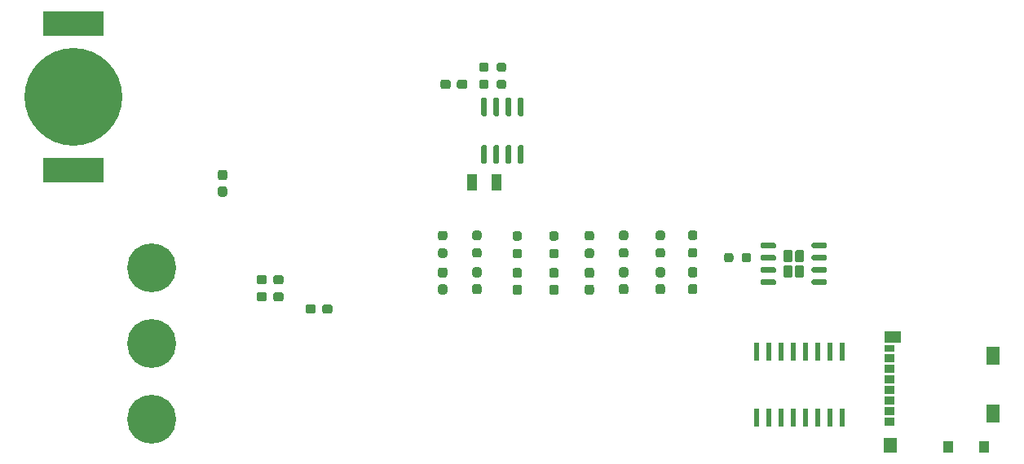
<source format=gbr>
G04 #@! TF.GenerationSoftware,KiCad,Pcbnew,(5.1.8)-1*
G04 #@! TF.CreationDate,2020-12-14T14:55:13-06:00*
G04 #@! TF.ProjectId,MultimediaAndBlackBoxBoard,4d756c74-696d-4656-9469-61416e64426c,rev?*
G04 #@! TF.SameCoordinates,Original*
G04 #@! TF.FileFunction,Paste,Top*
G04 #@! TF.FilePolarity,Positive*
%FSLAX46Y46*%
G04 Gerber Fmt 4.6, Leading zero omitted, Abs format (unit mm)*
G04 Created by KiCad (PCBNEW (5.1.8)-1) date 2020-12-14 14:55:13*
%MOMM*%
%LPD*%
G01*
G04 APERTURE LIST*
%ADD10C,5.080000*%
%ADD11C,10.160000*%
%ADD12R,6.350000X2.540000*%
%ADD13R,1.000000X1.800000*%
%ADD14R,0.610000X1.970000*%
%ADD15R,1.350000X1.550000*%
%ADD16R,1.800000X1.170000*%
%ADD17R,1.350000X1.900000*%
%ADD18R,1.000000X1.200000*%
%ADD19R,1.100000X0.850000*%
%ADD20R,1.100000X0.750000*%
G04 APERTURE END LIST*
D10*
X114046000Y-73406000D03*
X114046000Y-81280000D03*
X114046000Y-89154000D03*
D11*
X105918000Y-55626000D03*
D12*
X105918000Y-48006000D03*
X105918000Y-63246000D03*
G36*
G01*
X163305500Y-74439000D02*
X162830500Y-74439000D01*
G75*
G02*
X162593000Y-74201500I0J237500D01*
G01*
X162593000Y-73626500D01*
G75*
G02*
X162830500Y-73389000I237500J0D01*
G01*
X163305500Y-73389000D01*
G75*
G02*
X163543000Y-73626500I0J-237500D01*
G01*
X163543000Y-74201500D01*
G75*
G02*
X163305500Y-74439000I-237500J0D01*
G01*
G37*
G36*
G01*
X163305500Y-76189000D02*
X162830500Y-76189000D01*
G75*
G02*
X162593000Y-75951500I0J237500D01*
G01*
X162593000Y-75376500D01*
G75*
G02*
X162830500Y-75139000I237500J0D01*
G01*
X163305500Y-75139000D01*
G75*
G02*
X163543000Y-75376500I0J-237500D01*
G01*
X163543000Y-75951500D01*
G75*
G02*
X163305500Y-76189000I-237500J0D01*
G01*
G37*
G36*
G01*
X148065500Y-74439000D02*
X147590500Y-74439000D01*
G75*
G02*
X147353000Y-74201500I0J237500D01*
G01*
X147353000Y-73626500D01*
G75*
G02*
X147590500Y-73389000I237500J0D01*
G01*
X148065500Y-73389000D01*
G75*
G02*
X148303000Y-73626500I0J-237500D01*
G01*
X148303000Y-74201500D01*
G75*
G02*
X148065500Y-74439000I-237500J0D01*
G01*
G37*
G36*
G01*
X148065500Y-76189000D02*
X147590500Y-76189000D01*
G75*
G02*
X147353000Y-75951500I0J237500D01*
G01*
X147353000Y-75376500D01*
G75*
G02*
X147590500Y-75139000I237500J0D01*
G01*
X148065500Y-75139000D01*
G75*
G02*
X148303000Y-75376500I0J-237500D01*
G01*
X148303000Y-75951500D01*
G75*
G02*
X148065500Y-76189000I-237500J0D01*
G01*
G37*
G36*
G01*
X144509500Y-74467000D02*
X144034500Y-74467000D01*
G75*
G02*
X143797000Y-74229500I0J237500D01*
G01*
X143797000Y-73654500D01*
G75*
G02*
X144034500Y-73417000I237500J0D01*
G01*
X144509500Y-73417000D01*
G75*
G02*
X144747000Y-73654500I0J-237500D01*
G01*
X144747000Y-74229500D01*
G75*
G02*
X144509500Y-74467000I-237500J0D01*
G01*
G37*
G36*
G01*
X144509500Y-76217000D02*
X144034500Y-76217000D01*
G75*
G02*
X143797000Y-75979500I0J237500D01*
G01*
X143797000Y-75404500D01*
G75*
G02*
X144034500Y-75167000I237500J0D01*
G01*
X144509500Y-75167000D01*
G75*
G02*
X144747000Y-75404500I0J-237500D01*
G01*
X144747000Y-75979500D01*
G75*
G02*
X144509500Y-76217000I-237500J0D01*
G01*
G37*
G36*
G01*
X156066500Y-74502500D02*
X155591500Y-74502500D01*
G75*
G02*
X155354000Y-74265000I0J237500D01*
G01*
X155354000Y-73690000D01*
G75*
G02*
X155591500Y-73452500I237500J0D01*
G01*
X156066500Y-73452500D01*
G75*
G02*
X156304000Y-73690000I0J-237500D01*
G01*
X156304000Y-74265000D01*
G75*
G02*
X156066500Y-74502500I-237500J0D01*
G01*
G37*
G36*
G01*
X156066500Y-76252500D02*
X155591500Y-76252500D01*
G75*
G02*
X155354000Y-76015000I0J237500D01*
G01*
X155354000Y-75440000D01*
G75*
G02*
X155591500Y-75202500I237500J0D01*
G01*
X156066500Y-75202500D01*
G75*
G02*
X156304000Y-75440000I0J-237500D01*
G01*
X156304000Y-76015000D01*
G75*
G02*
X156066500Y-76252500I-237500J0D01*
G01*
G37*
G36*
G01*
X152256500Y-74502500D02*
X151781500Y-74502500D01*
G75*
G02*
X151544000Y-74265000I0J237500D01*
G01*
X151544000Y-73690000D01*
G75*
G02*
X151781500Y-73452500I237500J0D01*
G01*
X152256500Y-73452500D01*
G75*
G02*
X152494000Y-73690000I0J-237500D01*
G01*
X152494000Y-74265000D01*
G75*
G02*
X152256500Y-74502500I-237500J0D01*
G01*
G37*
G36*
G01*
X152256500Y-76252500D02*
X151781500Y-76252500D01*
G75*
G02*
X151544000Y-76015000I0J237500D01*
G01*
X151544000Y-75440000D01*
G75*
G02*
X151781500Y-75202500I237500J0D01*
G01*
X152256500Y-75202500D01*
G75*
G02*
X152494000Y-75440000I0J-237500D01*
G01*
X152494000Y-76015000D01*
G75*
G02*
X152256500Y-76252500I-237500J0D01*
G01*
G37*
G36*
G01*
X167115500Y-74439000D02*
X166640500Y-74439000D01*
G75*
G02*
X166403000Y-74201500I0J237500D01*
G01*
X166403000Y-73626500D01*
G75*
G02*
X166640500Y-73389000I237500J0D01*
G01*
X167115500Y-73389000D01*
G75*
G02*
X167353000Y-73626500I0J-237500D01*
G01*
X167353000Y-74201500D01*
G75*
G02*
X167115500Y-74439000I-237500J0D01*
G01*
G37*
G36*
G01*
X167115500Y-76189000D02*
X166640500Y-76189000D01*
G75*
G02*
X166403000Y-75951500I0J237500D01*
G01*
X166403000Y-75376500D01*
G75*
G02*
X166640500Y-75139000I237500J0D01*
G01*
X167115500Y-75139000D01*
G75*
G02*
X167353000Y-75376500I0J-237500D01*
G01*
X167353000Y-75951500D01*
G75*
G02*
X167115500Y-76189000I-237500J0D01*
G01*
G37*
G36*
G01*
X170481000Y-74439000D02*
X170006000Y-74439000D01*
G75*
G02*
X169768500Y-74201500I0J237500D01*
G01*
X169768500Y-73626500D01*
G75*
G02*
X170006000Y-73389000I237500J0D01*
G01*
X170481000Y-73389000D01*
G75*
G02*
X170718500Y-73626500I0J-237500D01*
G01*
X170718500Y-74201500D01*
G75*
G02*
X170481000Y-74439000I-237500J0D01*
G01*
G37*
G36*
G01*
X170481000Y-76189000D02*
X170006000Y-76189000D01*
G75*
G02*
X169768500Y-75951500I0J237500D01*
G01*
X169768500Y-75376500D01*
G75*
G02*
X170006000Y-75139000I237500J0D01*
G01*
X170481000Y-75139000D01*
G75*
G02*
X170718500Y-75376500I0J-237500D01*
G01*
X170718500Y-75951500D01*
G75*
G02*
X170481000Y-76189000I-237500J0D01*
G01*
G37*
G36*
G01*
X180623000Y-71822500D02*
X180623000Y-72627500D01*
G75*
G02*
X180380500Y-72870000I-242500J0D01*
G01*
X179895500Y-72870000D01*
G75*
G02*
X179653000Y-72627500I0J242500D01*
G01*
X179653000Y-71822500D01*
G75*
G02*
X179895500Y-71580000I242500J0D01*
G01*
X180380500Y-71580000D01*
G75*
G02*
X180623000Y-71822500I0J-242500D01*
G01*
G37*
G36*
G01*
X180623000Y-73422500D02*
X180623000Y-74227500D01*
G75*
G02*
X180380500Y-74470000I-242500J0D01*
G01*
X179895500Y-74470000D01*
G75*
G02*
X179653000Y-74227500I0J242500D01*
G01*
X179653000Y-73422500D01*
G75*
G02*
X179895500Y-73180000I242500J0D01*
G01*
X180380500Y-73180000D01*
G75*
G02*
X180623000Y-73422500I0J-242500D01*
G01*
G37*
G36*
G01*
X181823000Y-71822500D02*
X181823000Y-72627500D01*
G75*
G02*
X181580500Y-72870000I-242500J0D01*
G01*
X181095500Y-72870000D01*
G75*
G02*
X180853000Y-72627500I0J242500D01*
G01*
X180853000Y-71822500D01*
G75*
G02*
X181095500Y-71580000I242500J0D01*
G01*
X181580500Y-71580000D01*
G75*
G02*
X181823000Y-71822500I0J-242500D01*
G01*
G37*
G36*
G01*
X181823000Y-73422500D02*
X181823000Y-74227500D01*
G75*
G02*
X181580500Y-74470000I-242500J0D01*
G01*
X181095500Y-74470000D01*
G75*
G02*
X180853000Y-74227500I0J242500D01*
G01*
X180853000Y-73422500D01*
G75*
G02*
X181095500Y-73180000I242500J0D01*
G01*
X181580500Y-73180000D01*
G75*
G02*
X181823000Y-73422500I0J-242500D01*
G01*
G37*
G36*
G01*
X178888000Y-74780000D02*
X178888000Y-75080000D01*
G75*
G02*
X178738000Y-75230000I-150000J0D01*
G01*
X177438000Y-75230000D01*
G75*
G02*
X177288000Y-75080000I0J150000D01*
G01*
X177288000Y-74780000D01*
G75*
G02*
X177438000Y-74630000I150000J0D01*
G01*
X178738000Y-74630000D01*
G75*
G02*
X178888000Y-74780000I0J-150000D01*
G01*
G37*
G36*
G01*
X178888000Y-73510000D02*
X178888000Y-73810000D01*
G75*
G02*
X178738000Y-73960000I-150000J0D01*
G01*
X177438000Y-73960000D01*
G75*
G02*
X177288000Y-73810000I0J150000D01*
G01*
X177288000Y-73510000D01*
G75*
G02*
X177438000Y-73360000I150000J0D01*
G01*
X178738000Y-73360000D01*
G75*
G02*
X178888000Y-73510000I0J-150000D01*
G01*
G37*
G36*
G01*
X178888000Y-72240000D02*
X178888000Y-72540000D01*
G75*
G02*
X178738000Y-72690000I-150000J0D01*
G01*
X177438000Y-72690000D01*
G75*
G02*
X177288000Y-72540000I0J150000D01*
G01*
X177288000Y-72240000D01*
G75*
G02*
X177438000Y-72090000I150000J0D01*
G01*
X178738000Y-72090000D01*
G75*
G02*
X178888000Y-72240000I0J-150000D01*
G01*
G37*
G36*
G01*
X178888000Y-70970000D02*
X178888000Y-71270000D01*
G75*
G02*
X178738000Y-71420000I-150000J0D01*
G01*
X177438000Y-71420000D01*
G75*
G02*
X177288000Y-71270000I0J150000D01*
G01*
X177288000Y-70970000D01*
G75*
G02*
X177438000Y-70820000I150000J0D01*
G01*
X178738000Y-70820000D01*
G75*
G02*
X178888000Y-70970000I0J-150000D01*
G01*
G37*
G36*
G01*
X184188000Y-70970000D02*
X184188000Y-71270000D01*
G75*
G02*
X184038000Y-71420000I-150000J0D01*
G01*
X182738000Y-71420000D01*
G75*
G02*
X182588000Y-71270000I0J150000D01*
G01*
X182588000Y-70970000D01*
G75*
G02*
X182738000Y-70820000I150000J0D01*
G01*
X184038000Y-70820000D01*
G75*
G02*
X184188000Y-70970000I0J-150000D01*
G01*
G37*
G36*
G01*
X184188000Y-72240000D02*
X184188000Y-72540000D01*
G75*
G02*
X184038000Y-72690000I-150000J0D01*
G01*
X182738000Y-72690000D01*
G75*
G02*
X182588000Y-72540000I0J150000D01*
G01*
X182588000Y-72240000D01*
G75*
G02*
X182738000Y-72090000I150000J0D01*
G01*
X184038000Y-72090000D01*
G75*
G02*
X184188000Y-72240000I0J-150000D01*
G01*
G37*
G36*
G01*
X184188000Y-73510000D02*
X184188000Y-73810000D01*
G75*
G02*
X184038000Y-73960000I-150000J0D01*
G01*
X182738000Y-73960000D01*
G75*
G02*
X182588000Y-73810000I0J150000D01*
G01*
X182588000Y-73510000D01*
G75*
G02*
X182738000Y-73360000I150000J0D01*
G01*
X184038000Y-73360000D01*
G75*
G02*
X184188000Y-73510000I0J-150000D01*
G01*
G37*
G36*
G01*
X184188000Y-74780000D02*
X184188000Y-75080000D01*
G75*
G02*
X184038000Y-75230000I-150000J0D01*
G01*
X182738000Y-75230000D01*
G75*
G02*
X182588000Y-75080000I0J150000D01*
G01*
X182588000Y-74780000D01*
G75*
G02*
X182738000Y-74630000I150000J0D01*
G01*
X184038000Y-74630000D01*
G75*
G02*
X184188000Y-74780000I0J-150000D01*
G01*
G37*
G36*
G01*
X148740000Y-57682000D02*
X148440000Y-57682000D01*
G75*
G02*
X148290000Y-57532000I0J150000D01*
G01*
X148290000Y-55882000D01*
G75*
G02*
X148440000Y-55732000I150000J0D01*
G01*
X148740000Y-55732000D01*
G75*
G02*
X148890000Y-55882000I0J-150000D01*
G01*
X148890000Y-57532000D01*
G75*
G02*
X148740000Y-57682000I-150000J0D01*
G01*
G37*
G36*
G01*
X150010000Y-57682000D02*
X149710000Y-57682000D01*
G75*
G02*
X149560000Y-57532000I0J150000D01*
G01*
X149560000Y-55882000D01*
G75*
G02*
X149710000Y-55732000I150000J0D01*
G01*
X150010000Y-55732000D01*
G75*
G02*
X150160000Y-55882000I0J-150000D01*
G01*
X150160000Y-57532000D01*
G75*
G02*
X150010000Y-57682000I-150000J0D01*
G01*
G37*
G36*
G01*
X151280000Y-57682000D02*
X150980000Y-57682000D01*
G75*
G02*
X150830000Y-57532000I0J150000D01*
G01*
X150830000Y-55882000D01*
G75*
G02*
X150980000Y-55732000I150000J0D01*
G01*
X151280000Y-55732000D01*
G75*
G02*
X151430000Y-55882000I0J-150000D01*
G01*
X151430000Y-57532000D01*
G75*
G02*
X151280000Y-57682000I-150000J0D01*
G01*
G37*
G36*
G01*
X152550000Y-57682000D02*
X152250000Y-57682000D01*
G75*
G02*
X152100000Y-57532000I0J150000D01*
G01*
X152100000Y-55882000D01*
G75*
G02*
X152250000Y-55732000I150000J0D01*
G01*
X152550000Y-55732000D01*
G75*
G02*
X152700000Y-55882000I0J-150000D01*
G01*
X152700000Y-57532000D01*
G75*
G02*
X152550000Y-57682000I-150000J0D01*
G01*
G37*
G36*
G01*
X152550000Y-62632000D02*
X152250000Y-62632000D01*
G75*
G02*
X152100000Y-62482000I0J150000D01*
G01*
X152100000Y-60832000D01*
G75*
G02*
X152250000Y-60682000I150000J0D01*
G01*
X152550000Y-60682000D01*
G75*
G02*
X152700000Y-60832000I0J-150000D01*
G01*
X152700000Y-62482000D01*
G75*
G02*
X152550000Y-62632000I-150000J0D01*
G01*
G37*
G36*
G01*
X151280000Y-62632000D02*
X150980000Y-62632000D01*
G75*
G02*
X150830000Y-62482000I0J150000D01*
G01*
X150830000Y-60832000D01*
G75*
G02*
X150980000Y-60682000I150000J0D01*
G01*
X151280000Y-60682000D01*
G75*
G02*
X151430000Y-60832000I0J-150000D01*
G01*
X151430000Y-62482000D01*
G75*
G02*
X151280000Y-62632000I-150000J0D01*
G01*
G37*
G36*
G01*
X150010000Y-62632000D02*
X149710000Y-62632000D01*
G75*
G02*
X149560000Y-62482000I0J150000D01*
G01*
X149560000Y-60832000D01*
G75*
G02*
X149710000Y-60682000I150000J0D01*
G01*
X150010000Y-60682000D01*
G75*
G02*
X150160000Y-60832000I0J-150000D01*
G01*
X150160000Y-62482000D01*
G75*
G02*
X150010000Y-62632000I-150000J0D01*
G01*
G37*
G36*
G01*
X148740000Y-62632000D02*
X148440000Y-62632000D01*
G75*
G02*
X148290000Y-62482000I0J150000D01*
G01*
X148290000Y-60832000D01*
G75*
G02*
X148440000Y-60682000I150000J0D01*
G01*
X148740000Y-60682000D01*
G75*
G02*
X148890000Y-60832000I0J-150000D01*
G01*
X148890000Y-62482000D01*
G75*
G02*
X148740000Y-62632000I-150000J0D01*
G01*
G37*
D13*
X147360000Y-64516000D03*
X149860000Y-64516000D03*
G36*
G01*
X159749500Y-74502500D02*
X159274500Y-74502500D01*
G75*
G02*
X159037000Y-74265000I0J237500D01*
G01*
X159037000Y-73690000D01*
G75*
G02*
X159274500Y-73452500I237500J0D01*
G01*
X159749500Y-73452500D01*
G75*
G02*
X159987000Y-73690000I0J-237500D01*
G01*
X159987000Y-74265000D01*
G75*
G02*
X159749500Y-74502500I-237500J0D01*
G01*
G37*
G36*
G01*
X159749500Y-76252500D02*
X159274500Y-76252500D01*
G75*
G02*
X159037000Y-76015000I0J237500D01*
G01*
X159037000Y-75440000D01*
G75*
G02*
X159274500Y-75202500I237500J0D01*
G01*
X159749500Y-75202500D01*
G75*
G02*
X159987000Y-75440000I0J-237500D01*
G01*
X159987000Y-76015000D01*
G75*
G02*
X159749500Y-76252500I-237500J0D01*
G01*
G37*
G36*
G01*
X126676000Y-74913500D02*
X126676000Y-74438500D01*
G75*
G02*
X126913500Y-74201000I237500J0D01*
G01*
X127513500Y-74201000D01*
G75*
G02*
X127751000Y-74438500I0J-237500D01*
G01*
X127751000Y-74913500D01*
G75*
G02*
X127513500Y-75151000I-237500J0D01*
G01*
X126913500Y-75151000D01*
G75*
G02*
X126676000Y-74913500I0J237500D01*
G01*
G37*
G36*
G01*
X124951000Y-74913500D02*
X124951000Y-74438500D01*
G75*
G02*
X125188500Y-74201000I237500J0D01*
G01*
X125788500Y-74201000D01*
G75*
G02*
X126026000Y-74438500I0J-237500D01*
G01*
X126026000Y-74913500D01*
G75*
G02*
X125788500Y-75151000I-237500J0D01*
G01*
X125188500Y-75151000D01*
G75*
G02*
X124951000Y-74913500I0J237500D01*
G01*
G37*
G36*
G01*
X121649500Y-64332000D02*
X121174500Y-64332000D01*
G75*
G02*
X120937000Y-64094500I0J237500D01*
G01*
X120937000Y-63494500D01*
G75*
G02*
X121174500Y-63257000I237500J0D01*
G01*
X121649500Y-63257000D01*
G75*
G02*
X121887000Y-63494500I0J-237500D01*
G01*
X121887000Y-64094500D01*
G75*
G02*
X121649500Y-64332000I-237500J0D01*
G01*
G37*
G36*
G01*
X121649500Y-66057000D02*
X121174500Y-66057000D01*
G75*
G02*
X120937000Y-65819500I0J237500D01*
G01*
X120937000Y-65219500D01*
G75*
G02*
X121174500Y-64982000I237500J0D01*
G01*
X121649500Y-64982000D01*
G75*
G02*
X121887000Y-65219500I0J-237500D01*
G01*
X121887000Y-65819500D01*
G75*
G02*
X121649500Y-66057000I-237500J0D01*
G01*
G37*
G36*
G01*
X126676000Y-76691500D02*
X126676000Y-76216500D01*
G75*
G02*
X126913500Y-75979000I237500J0D01*
G01*
X127513500Y-75979000D01*
G75*
G02*
X127751000Y-76216500I0J-237500D01*
G01*
X127751000Y-76691500D01*
G75*
G02*
X127513500Y-76929000I-237500J0D01*
G01*
X126913500Y-76929000D01*
G75*
G02*
X126676000Y-76691500I0J237500D01*
G01*
G37*
G36*
G01*
X124951000Y-76691500D02*
X124951000Y-76216500D01*
G75*
G02*
X125188500Y-75979000I237500J0D01*
G01*
X125788500Y-75979000D01*
G75*
G02*
X126026000Y-76216500I0J-237500D01*
G01*
X126026000Y-76691500D01*
G75*
G02*
X125788500Y-76929000I-237500J0D01*
G01*
X125188500Y-76929000D01*
G75*
G02*
X124951000Y-76691500I0J237500D01*
G01*
G37*
G36*
G01*
X131756000Y-77961500D02*
X131756000Y-77486500D01*
G75*
G02*
X131993500Y-77249000I237500J0D01*
G01*
X132593500Y-77249000D01*
G75*
G02*
X132831000Y-77486500I0J-237500D01*
G01*
X132831000Y-77961500D01*
G75*
G02*
X132593500Y-78199000I-237500J0D01*
G01*
X131993500Y-78199000D01*
G75*
G02*
X131756000Y-77961500I0J237500D01*
G01*
G37*
G36*
G01*
X130031000Y-77961500D02*
X130031000Y-77486500D01*
G75*
G02*
X130268500Y-77249000I237500J0D01*
G01*
X130868500Y-77249000D01*
G75*
G02*
X131106000Y-77486500I0J-237500D01*
G01*
X131106000Y-77961500D01*
G75*
G02*
X130868500Y-78199000I-237500J0D01*
G01*
X130268500Y-78199000D01*
G75*
G02*
X130031000Y-77961500I0J237500D01*
G01*
G37*
G36*
G01*
X145104000Y-54118500D02*
X145104000Y-54593500D01*
G75*
G02*
X144866500Y-54831000I-237500J0D01*
G01*
X144266500Y-54831000D01*
G75*
G02*
X144029000Y-54593500I0J237500D01*
G01*
X144029000Y-54118500D01*
G75*
G02*
X144266500Y-53881000I237500J0D01*
G01*
X144866500Y-53881000D01*
G75*
G02*
X145104000Y-54118500I0J-237500D01*
G01*
G37*
G36*
G01*
X146829000Y-54118500D02*
X146829000Y-54593500D01*
G75*
G02*
X146591500Y-54831000I-237500J0D01*
G01*
X145991500Y-54831000D01*
G75*
G02*
X145754000Y-54593500I0J237500D01*
G01*
X145754000Y-54118500D01*
G75*
G02*
X145991500Y-53881000I237500J0D01*
G01*
X146591500Y-53881000D01*
G75*
G02*
X146829000Y-54118500I0J-237500D01*
G01*
G37*
G36*
G01*
X175318000Y-72627500D02*
X175318000Y-72152500D01*
G75*
G02*
X175555500Y-71915000I237500J0D01*
G01*
X176055500Y-71915000D01*
G75*
G02*
X176293000Y-72152500I0J-237500D01*
G01*
X176293000Y-72627500D01*
G75*
G02*
X176055500Y-72865000I-237500J0D01*
G01*
X175555500Y-72865000D01*
G75*
G02*
X175318000Y-72627500I0J237500D01*
G01*
G37*
G36*
G01*
X173493000Y-72627500D02*
X173493000Y-72152500D01*
G75*
G02*
X173730500Y-71915000I237500J0D01*
G01*
X174230500Y-71915000D01*
G75*
G02*
X174468000Y-72152500I0J-237500D01*
G01*
X174468000Y-72627500D01*
G75*
G02*
X174230500Y-72865000I-237500J0D01*
G01*
X173730500Y-72865000D01*
G75*
G02*
X173493000Y-72627500I0J237500D01*
G01*
G37*
G36*
G01*
X149890000Y-52815500D02*
X149890000Y-52340500D01*
G75*
G02*
X150127500Y-52103000I237500J0D01*
G01*
X150627500Y-52103000D01*
G75*
G02*
X150865000Y-52340500I0J-237500D01*
G01*
X150865000Y-52815500D01*
G75*
G02*
X150627500Y-53053000I-237500J0D01*
G01*
X150127500Y-53053000D01*
G75*
G02*
X149890000Y-52815500I0J237500D01*
G01*
G37*
G36*
G01*
X148065000Y-52815500D02*
X148065000Y-52340500D01*
G75*
G02*
X148302500Y-52103000I237500J0D01*
G01*
X148802500Y-52103000D01*
G75*
G02*
X149040000Y-52340500I0J-237500D01*
G01*
X149040000Y-52815500D01*
G75*
G02*
X148802500Y-53053000I-237500J0D01*
G01*
X148302500Y-53053000D01*
G75*
G02*
X148065000Y-52815500I0J237500D01*
G01*
G37*
G36*
G01*
X149890000Y-54593500D02*
X149890000Y-54118500D01*
G75*
G02*
X150127500Y-53881000I237500J0D01*
G01*
X150627500Y-53881000D01*
G75*
G02*
X150865000Y-54118500I0J-237500D01*
G01*
X150865000Y-54593500D01*
G75*
G02*
X150627500Y-54831000I-237500J0D01*
G01*
X150127500Y-54831000D01*
G75*
G02*
X149890000Y-54593500I0J237500D01*
G01*
G37*
G36*
G01*
X148065000Y-54593500D02*
X148065000Y-54118500D01*
G75*
G02*
X148302500Y-53881000I237500J0D01*
G01*
X148802500Y-53881000D01*
G75*
G02*
X149040000Y-54118500I0J-237500D01*
G01*
X149040000Y-54593500D01*
G75*
G02*
X148802500Y-54831000I-237500J0D01*
G01*
X148302500Y-54831000D01*
G75*
G02*
X148065000Y-54593500I0J237500D01*
G01*
G37*
G36*
G01*
X163305500Y-70554000D02*
X162830500Y-70554000D01*
G75*
G02*
X162593000Y-70316500I0J237500D01*
G01*
X162593000Y-69816500D01*
G75*
G02*
X162830500Y-69579000I237500J0D01*
G01*
X163305500Y-69579000D01*
G75*
G02*
X163543000Y-69816500I0J-237500D01*
G01*
X163543000Y-70316500D01*
G75*
G02*
X163305500Y-70554000I-237500J0D01*
G01*
G37*
G36*
G01*
X163305500Y-72379000D02*
X162830500Y-72379000D01*
G75*
G02*
X162593000Y-72141500I0J237500D01*
G01*
X162593000Y-71641500D01*
G75*
G02*
X162830500Y-71404000I237500J0D01*
G01*
X163305500Y-71404000D01*
G75*
G02*
X163543000Y-71641500I0J-237500D01*
G01*
X163543000Y-72141500D01*
G75*
G02*
X163305500Y-72379000I-237500J0D01*
G01*
G37*
G36*
G01*
X148065500Y-70554000D02*
X147590500Y-70554000D01*
G75*
G02*
X147353000Y-70316500I0J237500D01*
G01*
X147353000Y-69816500D01*
G75*
G02*
X147590500Y-69579000I237500J0D01*
G01*
X148065500Y-69579000D01*
G75*
G02*
X148303000Y-69816500I0J-237500D01*
G01*
X148303000Y-70316500D01*
G75*
G02*
X148065500Y-70554000I-237500J0D01*
G01*
G37*
G36*
G01*
X148065500Y-72379000D02*
X147590500Y-72379000D01*
G75*
G02*
X147353000Y-72141500I0J237500D01*
G01*
X147353000Y-71641500D01*
G75*
G02*
X147590500Y-71404000I237500J0D01*
G01*
X148065500Y-71404000D01*
G75*
G02*
X148303000Y-71641500I0J-237500D01*
G01*
X148303000Y-72141500D01*
G75*
G02*
X148065500Y-72379000I-237500J0D01*
G01*
G37*
G36*
G01*
X144509500Y-70582000D02*
X144034500Y-70582000D01*
G75*
G02*
X143797000Y-70344500I0J237500D01*
G01*
X143797000Y-69844500D01*
G75*
G02*
X144034500Y-69607000I237500J0D01*
G01*
X144509500Y-69607000D01*
G75*
G02*
X144747000Y-69844500I0J-237500D01*
G01*
X144747000Y-70344500D01*
G75*
G02*
X144509500Y-70582000I-237500J0D01*
G01*
G37*
G36*
G01*
X144509500Y-72407000D02*
X144034500Y-72407000D01*
G75*
G02*
X143797000Y-72169500I0J237500D01*
G01*
X143797000Y-71669500D01*
G75*
G02*
X144034500Y-71432000I237500J0D01*
G01*
X144509500Y-71432000D01*
G75*
G02*
X144747000Y-71669500I0J-237500D01*
G01*
X144747000Y-72169500D01*
G75*
G02*
X144509500Y-72407000I-237500J0D01*
G01*
G37*
G36*
G01*
X170481000Y-70554000D02*
X170006000Y-70554000D01*
G75*
G02*
X169768500Y-70316500I0J237500D01*
G01*
X169768500Y-69816500D01*
G75*
G02*
X170006000Y-69579000I237500J0D01*
G01*
X170481000Y-69579000D01*
G75*
G02*
X170718500Y-69816500I0J-237500D01*
G01*
X170718500Y-70316500D01*
G75*
G02*
X170481000Y-70554000I-237500J0D01*
G01*
G37*
G36*
G01*
X170481000Y-72379000D02*
X170006000Y-72379000D01*
G75*
G02*
X169768500Y-72141500I0J237500D01*
G01*
X169768500Y-71641500D01*
G75*
G02*
X170006000Y-71404000I237500J0D01*
G01*
X170481000Y-71404000D01*
G75*
G02*
X170718500Y-71641500I0J-237500D01*
G01*
X170718500Y-72141500D01*
G75*
G02*
X170481000Y-72379000I-237500J0D01*
G01*
G37*
G36*
G01*
X167115500Y-70554000D02*
X166640500Y-70554000D01*
G75*
G02*
X166403000Y-70316500I0J237500D01*
G01*
X166403000Y-69816500D01*
G75*
G02*
X166640500Y-69579000I237500J0D01*
G01*
X167115500Y-69579000D01*
G75*
G02*
X167353000Y-69816500I0J-237500D01*
G01*
X167353000Y-70316500D01*
G75*
G02*
X167115500Y-70554000I-237500J0D01*
G01*
G37*
G36*
G01*
X167115500Y-72379000D02*
X166640500Y-72379000D01*
G75*
G02*
X166403000Y-72141500I0J237500D01*
G01*
X166403000Y-71641500D01*
G75*
G02*
X166640500Y-71404000I237500J0D01*
G01*
X167115500Y-71404000D01*
G75*
G02*
X167353000Y-71641500I0J-237500D01*
G01*
X167353000Y-72141500D01*
G75*
G02*
X167115500Y-72379000I-237500J0D01*
G01*
G37*
G36*
G01*
X159749500Y-70591500D02*
X159274500Y-70591500D01*
G75*
G02*
X159037000Y-70354000I0J237500D01*
G01*
X159037000Y-69854000D01*
G75*
G02*
X159274500Y-69616500I237500J0D01*
G01*
X159749500Y-69616500D01*
G75*
G02*
X159987000Y-69854000I0J-237500D01*
G01*
X159987000Y-70354000D01*
G75*
G02*
X159749500Y-70591500I-237500J0D01*
G01*
G37*
G36*
G01*
X159749500Y-72416500D02*
X159274500Y-72416500D01*
G75*
G02*
X159037000Y-72179000I0J237500D01*
G01*
X159037000Y-71679000D01*
G75*
G02*
X159274500Y-71441500I237500J0D01*
G01*
X159749500Y-71441500D01*
G75*
G02*
X159987000Y-71679000I0J-237500D01*
G01*
X159987000Y-72179000D01*
G75*
G02*
X159749500Y-72416500I-237500J0D01*
G01*
G37*
G36*
G01*
X152256500Y-70617500D02*
X151781500Y-70617500D01*
G75*
G02*
X151544000Y-70380000I0J237500D01*
G01*
X151544000Y-69880000D01*
G75*
G02*
X151781500Y-69642500I237500J0D01*
G01*
X152256500Y-69642500D01*
G75*
G02*
X152494000Y-69880000I0J-237500D01*
G01*
X152494000Y-70380000D01*
G75*
G02*
X152256500Y-70617500I-237500J0D01*
G01*
G37*
G36*
G01*
X152256500Y-72442500D02*
X151781500Y-72442500D01*
G75*
G02*
X151544000Y-72205000I0J237500D01*
G01*
X151544000Y-71705000D01*
G75*
G02*
X151781500Y-71467500I237500J0D01*
G01*
X152256500Y-71467500D01*
G75*
G02*
X152494000Y-71705000I0J-237500D01*
G01*
X152494000Y-72205000D01*
G75*
G02*
X152256500Y-72442500I-237500J0D01*
G01*
G37*
G36*
G01*
X156066500Y-70617500D02*
X155591500Y-70617500D01*
G75*
G02*
X155354000Y-70380000I0J237500D01*
G01*
X155354000Y-69880000D01*
G75*
G02*
X155591500Y-69642500I237500J0D01*
G01*
X156066500Y-69642500D01*
G75*
G02*
X156304000Y-69880000I0J-237500D01*
G01*
X156304000Y-70380000D01*
G75*
G02*
X156066500Y-70617500I-237500J0D01*
G01*
G37*
G36*
G01*
X156066500Y-72442500D02*
X155591500Y-72442500D01*
G75*
G02*
X155354000Y-72205000I0J237500D01*
G01*
X155354000Y-71705000D01*
G75*
G02*
X155591500Y-71467500I237500J0D01*
G01*
X156066500Y-71467500D01*
G75*
G02*
X156304000Y-71705000I0J-237500D01*
G01*
X156304000Y-72205000D01*
G75*
G02*
X156066500Y-72442500I-237500J0D01*
G01*
G37*
D14*
X185801000Y-82133000D03*
X184531000Y-82133000D03*
X183261000Y-82133000D03*
X181991000Y-82133000D03*
X180721000Y-82133000D03*
X179451000Y-82133000D03*
X178181000Y-82133000D03*
X176911000Y-82133000D03*
X176911000Y-89063000D03*
X178181000Y-89063000D03*
X179451000Y-89063000D03*
X180721000Y-89063000D03*
X181991000Y-89063000D03*
X183261000Y-89063000D03*
X184531000Y-89063000D03*
X185801000Y-89063000D03*
D15*
X190763000Y-91925000D03*
D16*
X190988000Y-80605000D03*
D17*
X201463000Y-88600000D03*
X201463000Y-82630000D03*
D18*
X200488000Y-92100000D03*
X196788000Y-92100000D03*
D19*
X190638000Y-89465000D03*
X190638000Y-88365000D03*
X190638000Y-87265000D03*
X190638000Y-86165000D03*
X190638000Y-85065000D03*
X190638000Y-83965000D03*
X190638000Y-82865000D03*
D20*
X190638000Y-81815000D03*
M02*

</source>
